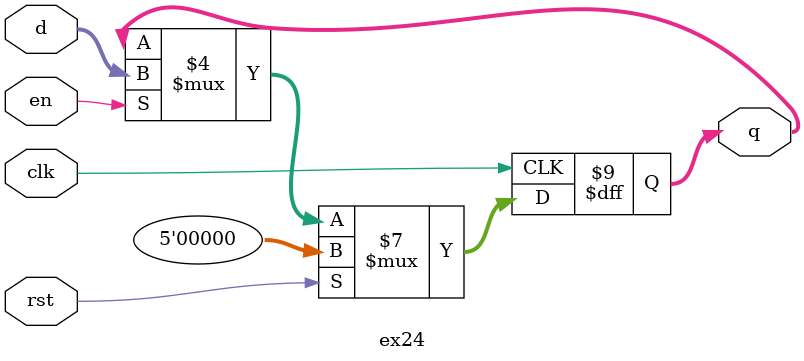
<source format=v>
module ex24(
    input  [4:0] d,
    input        clk,
    input        rst,
    input        en,
    output reg [4:0] q
);

initial q = 5'b00000;

always @(posedge clk) begin
    if (rst)
        q <= 5'b00000;
    else if (en)
        q <= d;
    else
        q <= q;
end

endmodule


</source>
